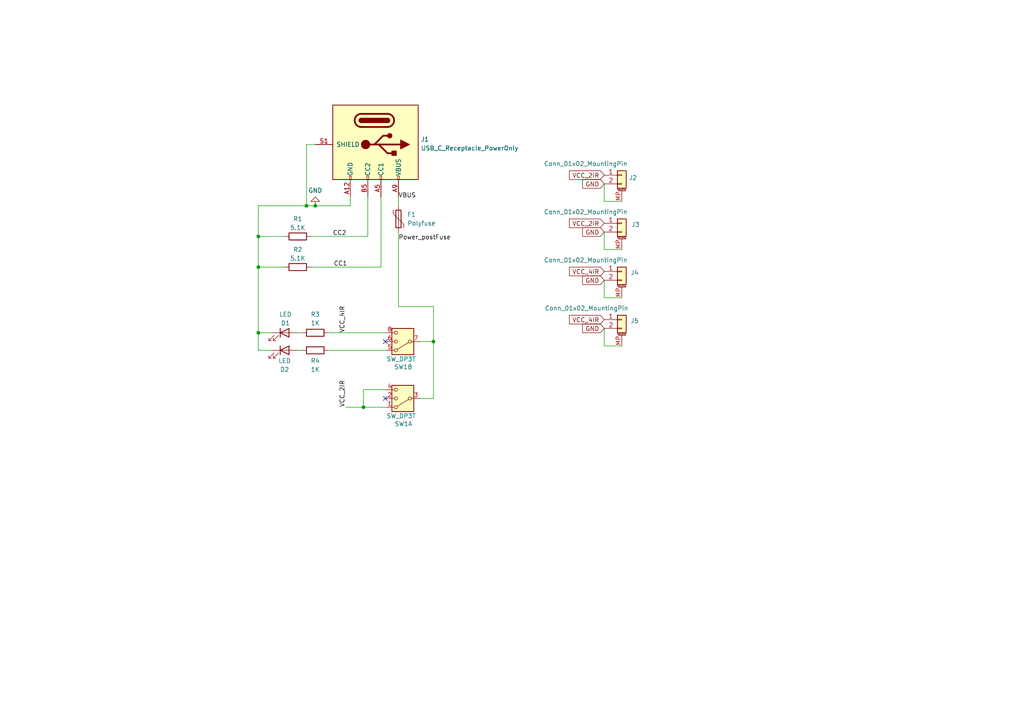
<source format=kicad_sch>
(kicad_sch (version 20231120) (generator "eeschema") (generator_version "8.0")
  (paper "A4")
  (lib_symbols
    (symbol "Connector_Generic_MountingPin:Conn_01x02_MountingPin" (pin_names (offset 1.016) hide)
      (property "Reference" "J" (at 0 2.54 0))
      (property "Value" "Conn_01x02_MountingPin" (at 1.27 -5.08 0))
      (symbol "Conn_01x02_MountingPin_1_1"
        (rectangle (start -1.27 -2.413) (end 0 -2.667) (stroke (width 0.1524)))
        (rectangle (start -1.27 0.127) (end 0 -0.127) (stroke (width 0.1524)))
        (rectangle (start -1.27 1.27) (end 1.27 -3.81) (stroke (width 0.254)) (fill (type background)))
        (polyline (pts (xy -1.016 -4.572) (xy 1.016 -4.572)) (stroke (width 0.1524)))
        (text "Mounting" (at 0 -4.191 0) (effects (font (size 0.381 0.381))))
        (pin passive line (at -5.08 0 0) (length 3.81) (name "Pin_1") (number "1"))
        (pin passive line (at -5.08 -2.54 0) (length 3.81) (name "Pin_2") (number "2"))
        (pin passive line (at 0 -7.62 90) (length 3.048) (name "MountPin") (number "MP"))
      )
    )
    (symbol "Device:LED" (pin_numbers hide) (pin_names (offset 1.016) hide)
      (property "Reference" "D" (at 0 2.54 0))
      (property "Value" "LED" (at 0 -2.54 0))
      (symbol "LED_0_1"
        (polyline (pts (xy -1.27 -1.27) (xy -1.27 1.27)) (stroke (width 0.254)))
        (polyline (pts (xy -1.27 0) (xy 1.27 0)))
        (polyline (pts (xy 1.27 -1.27) (xy 1.27 1.27) (xy -1.27 0) (xy 1.27 -1.27)) (stroke (width 0.254)))
        (polyline (pts (xy -3.048 -0.762) (xy -4.572 -2.286) (xy -3.81 -2.286) (xy -4.572 -2.286) (xy -4.572 -1.524)))
        (polyline (pts (xy -1.778 -0.762) (xy -3.302 -2.286) (xy -2.54 -2.286) (xy -3.302 -2.286) (xy -3.302 -1.524)))
      )
      (symbol "LED_1_1"
        (pin passive line (at -3.81 0 0) (length 2.54) (name "K") (number "1"))
        (pin passive line (at 3.81 0 180) (length 2.54) (name "A") (number "2"))
      )
    )
    (symbol "Device:Polyfuse" (pin_numbers hide) (pin_names (offset 0))
      (property "Reference" "F" (at -2.54 0 90))
      (property "Value" "Polyfuse" (at 2.54 0 90))
      (symbol "Polyfuse_0_1"
        (rectangle (start -0.762 2.54) (end 0.762 -2.54) (stroke (width 0.254)))
        (polyline (pts (xy 0 2.54) (xy 0 -2.54)))
        (polyline (pts (xy -1.524 2.54) (xy -1.524 1.524) (xy 1.524 -1.524) (xy 1.524 -2.54)))
      )
      (symbol "Polyfuse_1_1"
        (pin passive line (at 0 3.81 270) (length 1.27) (name "~") (number "1"))
        (pin passive line (at 0 -3.81 90) (length 1.27) (name "~") (number "2"))
      )
    )
    (symbol "Device:R" (pin_numbers hide) (pin_names (offset 0))
      (property "Reference" "R" (at 2.032 0 90))
      (property "Value" "R" (at 0 0 90))
      (symbol "R_0_1"
        (rectangle (start -1.016 -2.54) (end 1.016 2.54) (stroke (width 0.254)))
      )
      (symbol "R_1_1"
        (pin passive line (at 0 3.81 270) (length 1.27) (name "~") (number "1"))
        (pin passive line (at 0 -3.81 90) (length 1.27) (name "~") (number "2"))
      )
    )
    (symbol "Switch:SW_DP3T" (pin_names (offset 0) hide)
      (property "Reference" "SW" (at 0 5.08 0))
      (property "Value" "SW_DP3T" (at 0 -5.08 0))
      (symbol "SW_DP3T_0_1"
        (rectangle (start -3.175 3.81) (end 3.175 -3.81) (stroke (width 0.254)) (fill (type background)))
        (circle (center -2.032 0) (radius 0.4572))
        (polyline (pts (xy -1.651 0.254) (xy 1.651 2.286)))
        (circle (center 2.032 -2.54) (radius 0.4572))
        (circle (center 2.032 0) (radius 0.4572))
        (circle (center 2.032 2.54) (radius 0.4572))
      )
      (symbol "SW_DP3T_1_1"
        (pin passive line (at 5.08 2.54 180) (length 2.54) (name "1") (number "1"))
        (pin passive line (at 5.08 0 180) (length 2.54) (name "2") (number "2"))
        (pin passive line (at -5.08 0 0) (length 2.54) (name "3") (number "3"))
        (pin passive line (at 5.08 -2.54 180) (length 2.54) (name "4") (number "4"))
      )
      (symbol "SW_DP3T_2_1"
        (pin passive line (at 5.08 2.54 180) (length 2.54) (name "5") (number "5"))
        (pin passive line (at 5.08 0 180) (length 2.54) (name "6") (number "6"))
        (pin passive line (at -5.08 0 0) (length 2.54) (name "7") (number "7"))
        (pin passive line (at 5.08 -2.54 180) (length 2.54) (name "8") (number "8"))
      )
    )
    (symbol "power:GND" (power) (pin_numbers hide) (pin_names (offset 0) hide)
      (property "Value" "GND" (at 0 -3.81 0))
      (symbol "GND_0_1"
        (polyline (pts (xy 0 0) (xy 0 -1.27) (xy 1.27 -1.27) (xy 0 -2.54) (xy -1.27 -1.27) (xy 0 -1.27)))
      )
      (symbol "GND_1_1"
        (pin power_in line (at 0 0 270) (length 0) (name "~") (number "1"))
      )
    )
    (symbol "sensorstrip:USB_C_Receptacle_PowerOnly" (pin_names (offset 1.016))
      (property "Reference" "J" (at -13.335 15.875 0))
      (property "Value" "USB_C_Receptacle_PowerOnly" (at 13.97 19.685 0))
      (symbol "USB_C_Receptacle_PowerOnly_0_0"
        (rectangle (start 9.1111 2.7932) (end 10.1271 2.2852))
        (rectangle (start 9.1268 6.5868) (end 10.1428 6.0788))
        (rectangle (start 9.144 11.684) (end 10.16 11.176))
        (rectangle (start 9.1479 -2.282) (end 10.1639 -2.79))
      )
      (symbol "USB_C_Receptacle_PowerOnly_0_1"
        (rectangle (start -11.43 17.145) (end 10.16 -7.62) (stroke (width 0.254)) (fill (type background)))
        (arc (start -8.89 0.635) (mid -6.985 -1.2617) (end -5.08 0.635) (stroke (width 0.508)))
        (arc (start -7.62 0.635) (mid -6.985 0.0027) (end -6.35 0.635) (stroke (width 0.254)))
        (arc (start -7.62 0.635) (mid -6.985 0.0027) (end -6.35 0.635) (stroke (width 0.254)) (fill (type outline)))
        (rectangle (start -7.62 0.635) (end -6.35 8.255) (stroke (width 0.254)) (fill (type outline)))
        (arc (start -6.35 8.255) (mid -6.985 8.8873) (end -7.62 8.255) (stroke (width 0.254)))
        (arc (start -6.35 8.255) (mid -6.985 8.8873) (end -7.62 8.255) (stroke (width 0.254)) (fill (type outline)))
        (arc (start -5.08 8.255) (mid -6.985 10.1517) (end -8.89 8.255) (stroke (width 0.508)))
        (circle (center -2.54 8.89) (radius 0.635) (stroke (width 0.254)) (fill (type outline)))
        (polyline (pts (xy -8.89 0.635) (xy -8.89 8.255)) (stroke (width 0.508)))
        (polyline (pts (xy -5.08 8.255) (xy -5.08 0.635)) (stroke (width 0.508)))
        (polyline (pts (xy 0 1.905) (xy 0 12.065)) (stroke (width 0.508)))
        (polyline (pts (xy 0 4.445) (xy -2.54 6.985) (xy -2.54 8.255)) (stroke (width 0.508)))
        (polyline (pts (xy 0 5.715) (xy 2.54 8.255) (xy 2.54 9.525)) (stroke (width 0.508)))
        (polyline (pts (xy -1.27 12.065) (xy 0 14.605) (xy 1.27 12.065) (xy -1.27 12.065)) (stroke (width 0.254)) (fill (type outline)))
        (circle (center 0 1.905) (radius 1.27) (fill (type outline)))
        (rectangle (start 1.905 9.525) (end 3.175 10.795) (stroke (width 0.254)) (fill (type outline)))
      )
      (symbol "USB_C_Receptacle_PowerOnly_1_1"
        (pin power_out line (at 15.24 -2.54 180) (length 5.08) (name "GND") (number "A12"))
        (pin bidirectional line (at 15.24 6.35 180) (length 5.08) (name "CC1") (number "A5"))
        (pin power_out line (at 15.24 11.43 180) (length 5.08) (name "VBUS") (number "A9"))
        (pin passive line (at 15.24 -2.54 180) (length 5.08) hide (name "GND") (number "B12"))
        (pin bidirectional line (at 15.24 2.54 180) (length 5.08) (name "CC2") (number "B5"))
        (pin passive line (at 15.24 11.43 180) (length 5.08) hide (name "VBUS") (number "B9"))
        (pin passive line (at 0 -12.7 90) (length 5.08) (name "SHIELD") (number "S1"))
      )
    )
  )
  (junction (at 125.73 99.06))
  (junction (at 74.93 77.47))
  (junction (at 91.44 59.69))
  (junction (at 88.9 59.69))
  (junction (at 74.93 68.58))
  (junction (at 74.93 96.52))
  (junction (at 105.41 118.11))
  (no_connect (at 111.76 99.06))
  (no_connect (at 111.76 115.57))
  (wire (pts (xy 74.93 96.52) (xy 78.74 96.52)))
  (wire (pts (xy 101.6 59.69) (xy 101.6 57.15)))
  (wire (pts (xy 86.36 101.6) (xy 87.63 101.6)))
  (wire (pts (xy 105.41 118.11) (xy 111.76 118.11)))
  (wire (pts (xy 105.41 113.03) (xy 105.41 118.11)))
  (wire (pts (xy 91.44 59.69) (xy 101.6 59.69)))
  (wire (pts (xy 180.34 72.39) (xy 175.26 72.39)))
  (wire (pts (xy 88.9 41.91) (xy 88.9 59.69)))
  (wire (pts (xy 175.26 58.42) (xy 175.26 53.34)))
  (wire (pts (xy 180.34 86.36) (xy 175.26 86.36)))
  (wire (pts (xy 115.57 88.9) (xy 125.73 88.9)))
  (wire (pts (xy 175.26 86.36) (xy 175.26 81.28)))
  (wire (pts (xy 74.93 77.47) (xy 82.55 77.47)))
  (wire (pts (xy 115.57 57.15) (xy 115.57 59.69)))
  (wire (pts (xy 91.44 41.91) (xy 88.9 41.91)))
  (wire (pts (xy 86.36 96.52) (xy 87.63 96.52)))
  (wire (pts (xy 74.93 68.58) (xy 74.93 77.47)))
  (wire (pts (xy 125.73 88.9) (xy 125.73 99.06)))
  (wire (pts (xy 100.33 118.11) (xy 105.41 118.11)))
  (wire (pts (xy 180.34 58.42) (xy 175.26 58.42)))
  (wire (pts (xy 74.93 101.6) (xy 74.93 96.52)))
  (wire (pts (xy 121.92 99.06) (xy 125.73 99.06)))
  (wire (pts (xy 175.26 72.39) (xy 175.26 67.31)))
  (wire (pts (xy 74.93 59.69) (xy 88.9 59.69)))
  (wire (pts (xy 175.26 100.33) (xy 175.26 95.25)))
  (wire (pts (xy 106.68 57.15) (xy 106.68 68.58)))
  (wire (pts (xy 115.57 67.31) (xy 115.57 88.9)))
  (wire (pts (xy 95.25 96.52) (xy 111.76 96.52)))
  (wire (pts (xy 110.49 77.47) (xy 90.17 77.47)))
  (wire (pts (xy 180.34 100.33) (xy 175.26 100.33)))
  (wire (pts (xy 74.93 101.6) (xy 78.74 101.6)))
  (wire (pts (xy 74.93 68.58) (xy 82.55 68.58)))
  (wire (pts (xy 110.49 57.15) (xy 110.49 77.47)))
  (wire (pts (xy 88.9 59.69) (xy 91.44 59.69)))
  (wire (pts (xy 74.93 77.47) (xy 74.93 96.52)))
  (wire (pts (xy 121.92 115.57) (xy 125.73 115.57)))
  (wire (pts (xy 125.73 99.06) (xy 125.73 115.57)))
  (wire (pts (xy 95.25 101.6) (xy 111.76 101.6)))
  (wire (pts (xy 111.76 113.03) (xy 105.41 113.03)))
  (wire (pts (xy 106.68 68.58) (xy 90.17 68.58)))
  (wire (pts (xy 74.93 68.58) (xy 74.93 59.69)))
  (label "CC1" (at 96.774 77.47 0))
  (label "VCC_4IR" (at 100.33 96.52 90))
  (label "VCC_2IR" (at 100.33 118.11 90))
  (label "VBUS" (at 115.57 57.658 0))
  (label "CC2" (at 96.52 68.58 0))
  (label "Power_postFuse" (at 115.57 69.85 0))
  (global_label "VCC_2IR" (shape input) (at 175.26 50.8 180) (property "Intersheetrefs" "${INTERSHEET_REFS}" (effects (hide yes))))
  (global_label "GND" (shape input) (at 175.26 81.28 180) (property "Intersheetrefs" "${INTERSHEET_REFS}" (effects (hide yes))))
  (global_label "GND" (shape input) (at 175.26 53.34 180) (property "Intersheetrefs" "${INTERSHEET_REFS}" (effects (hide yes))))
  (global_label "VCC_4IR" (shape input) (at 175.26 78.74 180) (property "Intersheetrefs" "${INTERSHEET_REFS}" (effects (hide yes))))
  (global_label "VCC_4IR" (shape input) (at 175.26 92.71 180) (property "Intersheetrefs" "${INTERSHEET_REFS}" (effects (hide yes))))
  (global_label "GND" (shape input) (at 175.26 67.31 180) (property "Intersheetrefs" "${INTERSHEET_REFS}" (effects (hide yes))))
  (global_label "GND" (shape input) (at 175.26 95.25 180) (property "Intersheetrefs" "${INTERSHEET_REFS}" (effects (hide yes))))
  (global_label "VCC_2IR" (shape input) (at 175.26 64.77 180) (property "Intersheetrefs" "${INTERSHEET_REFS}" (effects (hide yes))))
  (symbol (lib_id "Connector_Generic_MountingPin:Conn_01x02_MountingPin") (at 180.34 50.8 0) (unit 1)
    (property "Reference" "J2" (at 182.372 51.5909 0) (effects (justify left)))
    (property "Value" "Conn_01x02_MountingPin" (at 157.734 47.498 0) (effects (justify left)))
    (property "Footprint" "sensorstrip:Molex_Picoblade_53261-0271-Hybrid" (effects (hide yes)))
  )
  (symbol (lib_id "Device:R") (at 86.36 68.58 90) (unit 1)
    (property "Reference" "R1" (at 86.36 63.5 90))
    (property "Value" "5.1K" (at 86.36 66.04 90))
    (property "Footprint" "Resistor_SMD:R_0603_1608Metric_Pad0.98x0.95mm_HandSolder" (effects (hide yes)))
  )
  (symbol (lib_id "Device:Polyfuse") (at 115.57 63.5 0) (unit 1)
    (property "Reference" "F1" (at 118.11 62.2299 0) (effects (justify left)))
    (property "Value" "Polyfuse" (at 118.11 64.7699 0) (effects (justify left)))
    (property "Footprint" "Fuse:Fuse_0805_2012Metric_Pad1.15x1.40mm_HandSolder" (effects (hide yes)))
  )
  (symbol (lib_id "power:GND") (at 91.44 59.69 180) (unit 1)
    (property "Reference" "#PWR01" (effects (hide yes)))
    (property "Value" "GND" (at 91.44 55.2466 0))
    (property "Description" "Power symbol creates a global label with name \"GND\" , ground" (effects (hide yes)))
  )
  (symbol (lib_id "Device:LED") (at 82.55 96.52 0) (unit 1)
    (property "Reference" "D1" (at 82.804 93.726 0))
    (property "Value" "LED" (at 82.804 91.186 0))
    (property "Footprint" "LED_SMD:LED_0603_1608Metric_Pad1.05x0.95mm_HandSolder" (effects (hide yes)))
    (property "Description" "Light emitting diode" (effects (hide yes)))
  )
  (symbol (lib_id "Connector_Generic_MountingPin:Conn_01x02_MountingPin") (at 180.34 64.77 0) (unit 1)
    (property "Reference" "J3" (at 183.134 65.1255 0) (effects (justify left)))
    (property "Value" "Conn_01x02_MountingPin" (at 157.734 61.468 0) (effects (justify left)))
    (property "Footprint" "sensorstrip:Molex_Picoblade_53261-0271-Hybrid" (effects (hide yes)))
  )
  (symbol (lib_id "Connector_Generic_MountingPin:Conn_01x02_MountingPin") (at 180.34 78.74 0) (unit 1)
    (property "Reference" "J4" (at 182.88 79.0955 0) (effects (justify left)))
    (property "Value" "Conn_01x02_MountingPin" (at 157.734 75.438 0) (effects (justify left)))
    (property "Footprint" "sensorstrip:Molex_Picoblade_53261-0271-Hybrid" (effects (hide yes)))
  )
  (symbol (lib_id "Device:R") (at 91.44 101.6 90) (unit 1)
    (property "Reference" "R4" (at 91.44 104.648 90))
    (property "Value" "1K" (at 91.44 107.188 90))
    (property "Footprint" "Resistor_SMD:R_0603_1608Metric_Pad0.98x0.95mm_HandSolder" (effects (hide yes)))
  )
  (symbol (lib_id "Switch:SW_DP3T") (at 116.84 115.57 180) (unit 1)
    (property "Reference" "SW1" (at 119.634 122.936 0) (effects (justify left)))
    (property "Value" "SW_DP3T" (at 120.65 120.65 0) (effects (justify left)))
    (property "Footprint" "sensorstrip:K3-2336S-F1" (effects (hide yes)))
    (property "Description" "Switch, three position, dual pole triple throw, 3 position switch, SP3T" (effects (hide yes)))
  )
  (symbol (lib_id "Connector_Generic_MountingPin:Conn_01x02_MountingPin") (at 180.34 92.71 0) (unit 1)
    (property "Reference" "J5" (at 182.88 93.0655 0) (effects (justify left)))
    (property "Value" "Conn_01x02_MountingPin" (at 157.988 89.408 0) (effects (justify left)))
    (property "Footprint" "sensorstrip:Molex_Picoblade_53261-0271-Hybrid" (effects (hide yes)))
  )
  (symbol (lib_id "Device:R") (at 91.44 96.52 90) (unit 1)
    (property "Reference" "R3" (at 91.44 91.186 90))
    (property "Value" "1K" (at 91.44 93.726 90))
    (property "Footprint" "Resistor_SMD:R_0603_1608Metric_Pad0.98x0.95mm_HandSolder" (effects (hide yes)))
  )
  (symbol (lib_id "sensorstrip:USB_C_Receptacle_PowerOnly") (at 104.14 41.91 270) (unit 1)
    (property "Reference" "J1" (at 122.047 40.4403 90) (effects (justify left)))
    (property "Value" "USB_C_Receptacle_PowerOnly" (at 122.047 42.9772 90) (effects (justify left)))
    (property "Footprint" "sensorstrip:DEALON USB Type-C 6Pin" (effects (hide yes)))
    (property "Datasheet" "https://www.usb.org/sites/default/files/documents/usb_type-c.zip" (effects (hide yes)))
  )
  (symbol (lib_id "Switch:SW_DP3T") (at 116.84 99.06 180) (unit 2)
    (property "Reference" "SW1" (at 119.634 106.426 0) (effects (justify left)))
    (property "Value" "SW_DP3T" (at 120.65 104.14 0) (effects (justify left)))
    (property "Footprint" "sensorstrip:K3-2336S-F1" (effects (hide yes)))
    (property "Description" "Switch, three position, dual pole triple throw, 3 position switch, SP3T" (effects (hide yes)))
  )
  (symbol (lib_id "Device:LED") (at 82.55 101.6 0) (unit 1)
    (property "Reference" "D2" (at 82.55 107.188 0))
    (property "Value" "LED" (at 82.55 104.648 0))
    (property "Footprint" "LED_SMD:LED_0603_1608Metric_Pad1.05x0.95mm_HandSolder" (effects (hide yes)))
    (property "Description" "Light emitting diode" (effects (hide yes)))
  )
  (symbol (lib_id "Device:R") (at 86.36 77.47 90) (unit 1)
    (property "Reference" "R2" (at 86.36 72.39 90))
    (property "Value" "5.1K" (at 86.36 74.93 90))
    (property "Footprint" "Resistor_SMD:R_0603_1608Metric_Pad0.98x0.95mm_HandSolder" (effects (hide yes)))
  )
)
</source>
